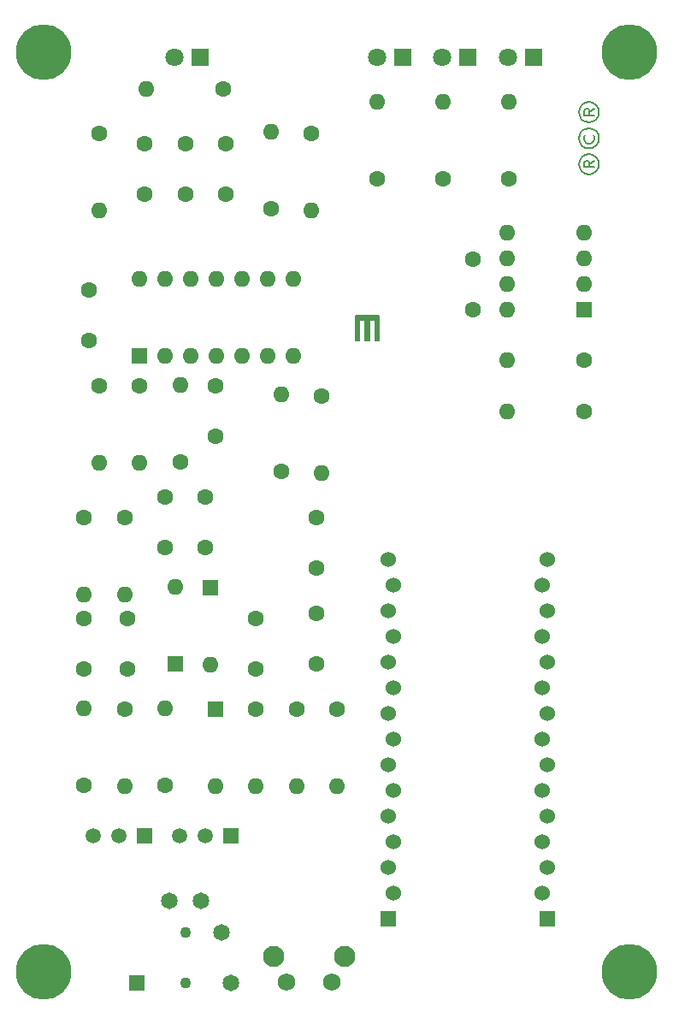
<source format=gbr>
G04 #@! TF.GenerationSoftware,KiCad,Pcbnew,5.1.10-1.fc33*
G04 #@! TF.CreationDate,2021-07-17T23:20:00-05:00*
G04 #@! TF.ProjectId,Nucleo32TNC,4e75636c-656f-4333-9254-4e432e6b6963,C*
G04 #@! TF.SameCoordinates,Original*
G04 #@! TF.FileFunction,Soldermask,Top*
G04 #@! TF.FilePolarity,Negative*
%FSLAX46Y46*%
G04 Gerber Fmt 4.6, Leading zero omitted, Abs format (unit mm)*
G04 Created by KiCad (PCBNEW 5.1.10-1.fc33) date 2021-07-17 23:20:00*
%MOMM*%
%LPD*%
G01*
G04 APERTURE LIST*
%ADD10C,0.200000*%
%ADD11C,0.010000*%
%ADD12C,1.600000*%
%ADD13R,1.500000X1.500000*%
%ADD14C,1.500000*%
%ADD15O,1.600000X1.600000*%
%ADD16R,1.600000X1.600000*%
%ADD17R,1.530000X1.530000*%
%ADD18C,1.530000*%
%ADD19C,1.800000*%
%ADD20R,1.800000X1.800000*%
%ADD21C,2.100000*%
%ADD22C,1.750000*%
%ADD23C,1.650000*%
%ADD24C,1.100000*%
%ADD25R,1.650000X1.650000*%
%ADD26C,5.500000*%
G04 APERTURE END LIST*
D10*
X178464285Y-64714285D02*
X178035714Y-65071428D01*
X178464285Y-65357142D02*
X177464285Y-65357142D01*
X177464285Y-64928571D01*
X177535714Y-64785714D01*
X177678571Y-64714285D01*
X177821428Y-64714285D01*
X177964285Y-64785714D01*
X178035714Y-64928571D01*
X178035714Y-65357142D01*
X176964285Y-65071428D02*
X177035714Y-65428571D01*
X177250000Y-65785714D01*
X177607142Y-66000000D01*
X177964285Y-66071428D01*
X178321428Y-66000000D01*
X178678571Y-65785714D01*
X178892857Y-65428571D01*
X178964285Y-65071428D01*
X178892857Y-64714285D01*
X178678571Y-64357142D01*
X178321428Y-64142857D01*
X177964285Y-64071428D01*
X177607142Y-64142857D01*
X177250000Y-64357142D01*
X177035714Y-64714285D01*
X176964285Y-65071428D01*
X177535714Y-62214285D02*
X177464285Y-62357142D01*
X177464285Y-62642857D01*
X177535714Y-62785714D01*
X177678571Y-62928571D01*
X177821428Y-63000000D01*
X178107142Y-63000000D01*
X178250000Y-62928571D01*
X178392857Y-62785714D01*
X178464285Y-62642857D01*
X178464285Y-62357142D01*
X178392857Y-62214285D01*
X176964285Y-62500000D02*
X177035714Y-62857142D01*
X177250000Y-63214285D01*
X177607142Y-63428571D01*
X177964285Y-63500000D01*
X178321428Y-63428571D01*
X178678571Y-63214285D01*
X178892857Y-62857142D01*
X178964285Y-62500000D01*
X178892857Y-62142857D01*
X178678571Y-61785714D01*
X178321428Y-61571428D01*
X177964285Y-61500000D01*
X177607142Y-61571428D01*
X177250000Y-61785714D01*
X177035714Y-62142857D01*
X176964285Y-62500000D01*
X178464285Y-59571428D02*
X178035714Y-59928571D01*
X178464285Y-60214285D02*
X177464285Y-60214285D01*
X177464285Y-59785714D01*
X177535714Y-59642857D01*
X177678571Y-59571428D01*
X177821428Y-59571428D01*
X177964285Y-59642857D01*
X178035714Y-59785714D01*
X178035714Y-60214285D01*
X176964285Y-59928571D02*
X177035714Y-60285714D01*
X177250000Y-60642857D01*
X177607142Y-60857142D01*
X177964285Y-60928571D01*
X178321428Y-60857142D01*
X178678571Y-60642857D01*
X178892857Y-60285714D01*
X178964285Y-59928571D01*
X178892857Y-59571428D01*
X178678571Y-59214285D01*
X178321428Y-59000000D01*
X177964285Y-58928571D01*
X177607142Y-59000000D01*
X177250000Y-59214285D01*
X177035714Y-59571428D01*
X176964285Y-59928571D01*
D11*
G36*
X156221871Y-79978133D02*
G01*
X156420299Y-79978377D01*
X156583672Y-79978956D01*
X156715631Y-79980011D01*
X156819816Y-79981683D01*
X156899865Y-79984114D01*
X156959420Y-79987444D01*
X157002119Y-79991816D01*
X157031601Y-79997369D01*
X157051508Y-80004246D01*
X157065478Y-80012588D01*
X157074778Y-80020367D01*
X157099069Y-80042328D01*
X157119725Y-80063065D01*
X157137060Y-80086017D01*
X157151388Y-80114628D01*
X157163023Y-80152339D01*
X157172277Y-80202591D01*
X157179464Y-80268828D01*
X157184897Y-80354489D01*
X157188891Y-80463019D01*
X157191758Y-80597857D01*
X157193813Y-80762446D01*
X157195367Y-80960228D01*
X157196736Y-81194645D01*
X157197683Y-81369792D01*
X157204116Y-82549834D01*
X156757334Y-82549834D01*
X156757334Y-80496667D01*
X156207000Y-80496667D01*
X156207000Y-82549834D01*
X155762500Y-82549834D01*
X155762500Y-80496667D01*
X155212167Y-80496667D01*
X155212167Y-82549834D01*
X154788834Y-82549834D01*
X154788834Y-81363449D01*
X154788848Y-81102762D01*
X154789071Y-80880987D01*
X154789771Y-80694705D01*
X154791220Y-80540495D01*
X154793686Y-80414937D01*
X154797439Y-80314611D01*
X154802749Y-80236096D01*
X154809885Y-80175971D01*
X154819117Y-80130817D01*
X154830715Y-80097213D01*
X154844948Y-80071738D01*
X154862087Y-80050973D01*
X154882400Y-80031497D01*
X154894722Y-80020367D01*
X154906569Y-80010759D01*
X154921455Y-80002728D01*
X154943021Y-79996133D01*
X154974906Y-79990832D01*
X155020750Y-79986684D01*
X155084192Y-79983549D01*
X155168872Y-79981284D01*
X155278431Y-79979750D01*
X155416507Y-79978803D01*
X155586740Y-79978305D01*
X155792770Y-79978112D01*
X155984750Y-79978084D01*
X156221871Y-79978133D01*
G37*
X156221871Y-79978133D02*
X156420299Y-79978377D01*
X156583672Y-79978956D01*
X156715631Y-79980011D01*
X156819816Y-79981683D01*
X156899865Y-79984114D01*
X156959420Y-79987444D01*
X157002119Y-79991816D01*
X157031601Y-79997369D01*
X157051508Y-80004246D01*
X157065478Y-80012588D01*
X157074778Y-80020367D01*
X157099069Y-80042328D01*
X157119725Y-80063065D01*
X157137060Y-80086017D01*
X157151388Y-80114628D01*
X157163023Y-80152339D01*
X157172277Y-80202591D01*
X157179464Y-80268828D01*
X157184897Y-80354489D01*
X157188891Y-80463019D01*
X157191758Y-80597857D01*
X157193813Y-80762446D01*
X157195367Y-80960228D01*
X157196736Y-81194645D01*
X157197683Y-81369792D01*
X157204116Y-82549834D01*
X156757334Y-82549834D01*
X156757334Y-80496667D01*
X156207000Y-80496667D01*
X156207000Y-82549834D01*
X155762500Y-82549834D01*
X155762500Y-80496667D01*
X155212167Y-80496667D01*
X155212167Y-82549834D01*
X154788834Y-82549834D01*
X154788834Y-81363449D01*
X154788848Y-81102762D01*
X154789071Y-80880987D01*
X154789771Y-80694705D01*
X154791220Y-80540495D01*
X154793686Y-80414937D01*
X154797439Y-80314611D01*
X154802749Y-80236096D01*
X154809885Y-80175971D01*
X154819117Y-80130817D01*
X154830715Y-80097213D01*
X154844948Y-80071738D01*
X154862087Y-80050973D01*
X154882400Y-80031497D01*
X154894722Y-80020367D01*
X154906569Y-80010759D01*
X154921455Y-80002728D01*
X154943021Y-79996133D01*
X154974906Y-79990832D01*
X155020750Y-79986684D01*
X155084192Y-79983549D01*
X155168872Y-79981284D01*
X155278431Y-79979750D01*
X155416507Y-79978803D01*
X155586740Y-79978305D01*
X155792770Y-79978112D01*
X155984750Y-79978084D01*
X156221871Y-79978133D01*
D12*
X151000000Y-114500000D03*
X151000000Y-109500000D03*
X151000000Y-100000000D03*
X151000000Y-105000000D03*
X141000000Y-92000000D03*
X141000000Y-87000000D03*
X166500000Y-74500000D03*
X166500000Y-79500000D03*
D13*
X134000000Y-131500000D03*
D14*
X128920000Y-131500000D03*
X131460000Y-131500000D03*
D13*
X142500000Y-131500000D03*
D14*
X137420000Y-131500000D03*
X139960000Y-131500000D03*
D15*
X141000000Y-126620000D03*
D16*
X141000000Y-119000000D03*
D12*
X132250000Y-110000000D03*
X132250000Y-115000000D03*
X145000000Y-115000000D03*
X145000000Y-110000000D03*
D17*
X158130000Y-139715000D03*
D18*
X158630000Y-137175000D03*
X158130000Y-134635000D03*
X158630000Y-132095000D03*
X158130000Y-129555000D03*
X158630000Y-127015000D03*
X158130000Y-124475000D03*
X158630000Y-121935000D03*
X158130000Y-119395000D03*
X158630000Y-116855000D03*
X158130000Y-114315000D03*
X158630000Y-111775000D03*
X158130000Y-109235000D03*
X158630000Y-106695000D03*
X158130000Y-104155000D03*
D17*
X173870000Y-139715000D03*
D18*
X173370000Y-137175000D03*
X173870000Y-134635000D03*
X173370000Y-132095000D03*
X173870000Y-129555000D03*
X173370000Y-127015000D03*
X173870000Y-124475000D03*
X173370000Y-121935000D03*
X173870000Y-119395000D03*
X173370000Y-116855000D03*
X173870000Y-114315000D03*
X173370000Y-111775000D03*
X173870000Y-109235000D03*
X173370000Y-106695000D03*
X173870000Y-104155000D03*
D19*
X156960000Y-54500000D03*
D20*
X159500000Y-54500000D03*
D19*
X163460000Y-54500000D03*
D20*
X166000000Y-54500000D03*
D19*
X169960000Y-54500000D03*
D20*
X172500000Y-54500000D03*
D15*
X134120000Y-57620000D03*
D12*
X141740000Y-57620000D03*
D21*
X153750000Y-143510000D03*
D22*
X152500000Y-146000000D03*
X148000000Y-146000000D03*
D21*
X146740000Y-143510000D03*
D23*
X139600000Y-138000000D03*
D24*
X138000000Y-141100000D03*
X138000000Y-146100000D03*
D23*
X142500000Y-146100000D03*
X136400000Y-138000000D03*
X141600000Y-141100000D03*
D25*
X133200000Y-146100000D03*
D15*
X169880000Y-79500000D03*
X177500000Y-71880000D03*
X169880000Y-76960000D03*
X177500000Y-74420000D03*
X169880000Y-74420000D03*
X177500000Y-76960000D03*
X169880000Y-71880000D03*
D16*
X177500000Y-79500000D03*
D15*
X133500000Y-76380000D03*
X148740000Y-84000000D03*
X136040000Y-76380000D03*
X146200000Y-84000000D03*
X138580000Y-76380000D03*
X143660000Y-84000000D03*
X141120000Y-76380000D03*
X141120000Y-84000000D03*
X143660000Y-76380000D03*
X138580000Y-84000000D03*
X146200000Y-76380000D03*
X136040000Y-84000000D03*
X148740000Y-76380000D03*
D16*
X133500000Y-84000000D03*
D15*
X157000000Y-58880000D03*
D12*
X157000000Y-66500000D03*
D15*
X163500000Y-58880000D03*
D12*
X163500000Y-66500000D03*
D15*
X170000000Y-58880000D03*
D12*
X170000000Y-66500000D03*
D15*
X169880000Y-89500000D03*
D12*
X177500000Y-89500000D03*
D15*
X169880000Y-84500000D03*
D12*
X177500000Y-84500000D03*
D15*
X133500000Y-94620000D03*
D12*
X133500000Y-87000000D03*
D15*
X137500000Y-86880000D03*
D12*
X137500000Y-94500000D03*
D15*
X129500000Y-69620000D03*
D12*
X129500000Y-62000000D03*
D15*
X132000000Y-126620000D03*
D12*
X132000000Y-119000000D03*
D15*
X129500000Y-94620000D03*
D12*
X129500000Y-87000000D03*
D15*
X128000000Y-118880000D03*
D12*
X128000000Y-126500000D03*
D15*
X146500000Y-61880000D03*
D12*
X146500000Y-69500000D03*
D15*
X147500000Y-87880000D03*
D12*
X147500000Y-95500000D03*
D15*
X151500000Y-95620000D03*
D12*
X151500000Y-88000000D03*
D15*
X150500000Y-69620000D03*
D12*
X150500000Y-62000000D03*
D15*
X149000000Y-126620000D03*
D12*
X149000000Y-119000000D03*
D15*
X145000000Y-126620000D03*
D12*
X145000000Y-119000000D03*
D15*
X136000000Y-118880000D03*
D12*
X136000000Y-126500000D03*
D15*
X128000000Y-107620000D03*
D12*
X128000000Y-100000000D03*
D15*
X132000000Y-107620000D03*
D12*
X132000000Y-100000000D03*
D15*
X153000000Y-126620000D03*
D12*
X153000000Y-119000000D03*
D19*
X136960000Y-54500000D03*
D20*
X139500000Y-54500000D03*
D15*
X137000000Y-106880000D03*
D16*
X137000000Y-114500000D03*
D15*
X140500000Y-114620000D03*
D16*
X140500000Y-107000000D03*
D12*
X140000000Y-98000000D03*
X140000000Y-103000000D03*
X134000000Y-63000000D03*
X134000000Y-68000000D03*
X128500000Y-82500000D03*
X128500000Y-77500000D03*
X138000000Y-63000000D03*
X138000000Y-68000000D03*
X136000000Y-98000000D03*
X136000000Y-103000000D03*
X142000000Y-68000000D03*
X142000000Y-63000000D03*
X128000000Y-110000000D03*
X128000000Y-115000000D03*
D26*
X182000000Y-145000000D03*
X182000000Y-54000000D03*
X124000000Y-145000000D03*
X124000000Y-54000000D03*
M02*

</source>
